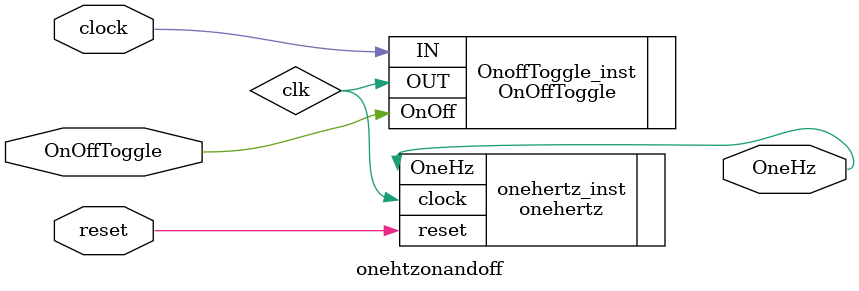
<source format=v>
module onehtzonandoff 
(
 input clock, reset, OnOffToggle,
 output OneHz
 );
 wire clk;
 
 onehertz onehertz_inst
 (
 .clock(clk),
 .reset(reset),
 .OneHz(OneHz)
 );
 
OnOffToggle OnoffToggle_inst
  (
  .OnOff(OnOffToggle),
  .IN(clock),
  .OUT(clk)
  );
  
endmodule

</source>
